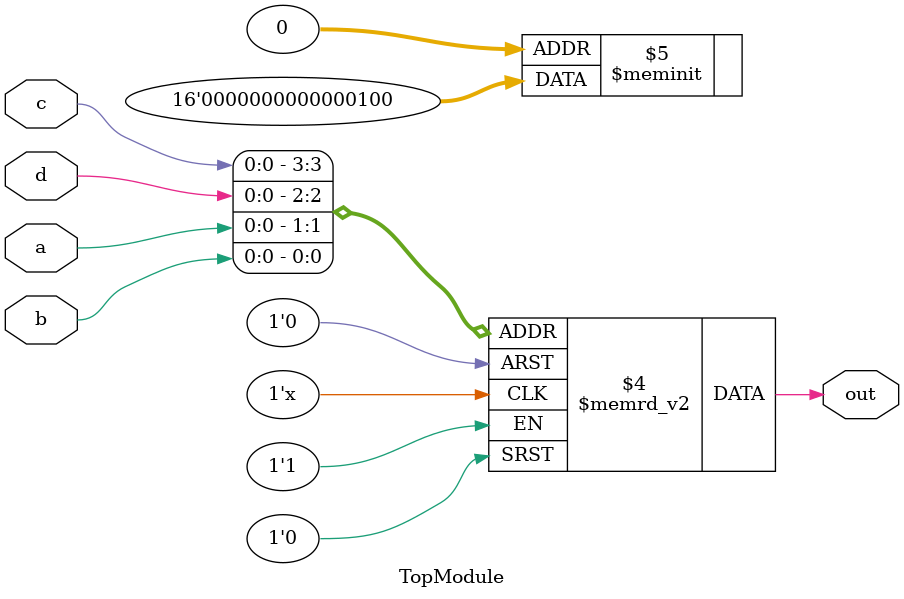
<source format=sv>

module TopModule (
  input a,
  input b,
  input c,
  input d,
  output reg out
);
        always @(*) begin
            case ({c, d, a, b})
                4'b0000, 4'b0001, 4'b0110, 4'b0111, 4'b1000, 4'b1001, 4'b1010, 4'b1011, 4'b1100, 4'b1101, 4'b1110, 4'b1111: out = 0;
                4'b0010, 4'b1101, 4'b1110, 4'b1111: out = 1;
                default: out = 0; // Default case for don't care conditions
            endcase
        end
endmodule
/*Status: Error running testbench

Fail Messages:The testbench simulated, but had errors. Please fix the module. The output of iverilog is as follows:
VCD info: dumpfile wave.vcd opened for output.
./execute_environment/testbench.sv:38: $finish called at 1161 (1ps)
Hint: Output 'out' has 100 mismatches. First mismatch occurred at time 30.
Hint: Total mismatched samples is 100 out of 232 samples

Simulation finished at 1161 ps
Mismatches: 100 in 232 samples

*/
/*
Misinterpretation of Multimodal Data: KMAP
*/
</source>
